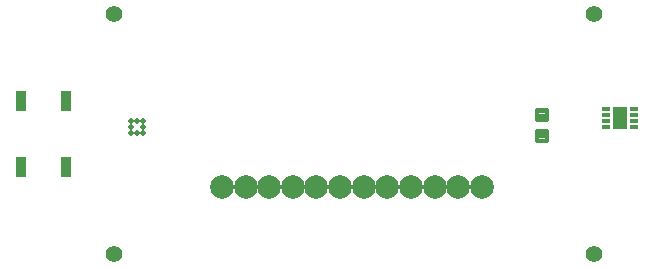
<source format=gts>
G75*
%MOIN*%
%OFA0B0*%
%FSLAX25Y25*%
%IPPOS*%
%LPD*%
%AMOC8*
5,1,8,0,0,1.08239X$1,22.5*
%
%ADD10R,0.02965X0.01784*%
%ADD11R,0.04737X0.07493*%
%ADD12C,0.01942*%
%ADD13C,0.07887*%
%ADD14C,0.05524*%
%ADD15C,0.01421*%
%ADD16R,0.03800X0.06800*%
D10*
X0207600Y0066100D03*
X0207600Y0068069D03*
X0207600Y0070037D03*
X0207600Y0072006D03*
X0216852Y0072006D03*
X0216852Y0070037D03*
X0216852Y0068069D03*
X0216852Y0066100D03*
D11*
X0212226Y0069053D03*
D12*
X0053069Y0068069D03*
X0051100Y0068069D03*
X0049131Y0068069D03*
X0049131Y0066100D03*
X0049131Y0064131D03*
X0051100Y0064131D03*
X0053069Y0064131D03*
X0053069Y0066100D03*
D13*
X0079486Y0046100D03*
X0087360Y0046100D03*
X0095234Y0046100D03*
X0103108Y0046100D03*
X0110982Y0046100D03*
X0118856Y0046100D03*
X0126730Y0046100D03*
X0134604Y0046100D03*
X0142478Y0046100D03*
X0150352Y0046100D03*
X0158226Y0046100D03*
X0166100Y0046100D03*
D14*
X0043600Y0023600D03*
X0043600Y0103600D03*
X0203600Y0103600D03*
X0203600Y0023600D03*
D15*
X0187758Y0064805D02*
X0184442Y0064805D01*
X0187758Y0064805D02*
X0187758Y0061489D01*
X0184442Y0061489D01*
X0184442Y0064805D01*
X0184442Y0062909D02*
X0187758Y0062909D01*
X0187758Y0064329D02*
X0184442Y0064329D01*
X0184442Y0071711D02*
X0187758Y0071711D01*
X0187758Y0068395D01*
X0184442Y0068395D01*
X0184442Y0071711D01*
X0184442Y0069815D02*
X0187758Y0069815D01*
X0187758Y0071235D02*
X0184442Y0071235D01*
D16*
X0027600Y0074600D03*
X0012600Y0074600D03*
X0012600Y0052600D03*
X0027600Y0052600D03*
M02*

</source>
